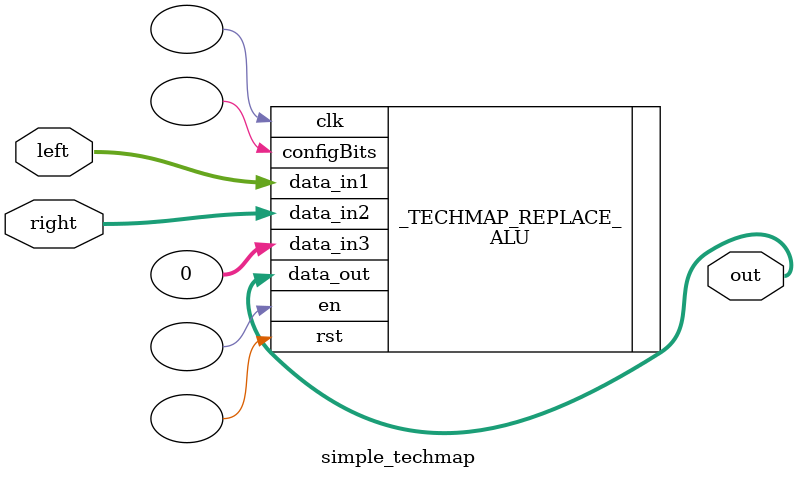
<source format=v>
(* techmap_celltype = "$paramod\\std_add\\WIDTH=s32'00000000000000000000000000100000" *)
module simple_techmap(left, right, out);
    parameter WIDTH = 32;

  input [WIDTH-1:0] left;
  input [WIDTH-1:0] right;
  output [WIDTH-1:0] out;

    generate
        ALU #(
        .NoConfigBits(3)
        ) _TECHMAP_REPLACE_ (
            .rst(),
            .en(),
            .clk(),
            .data_in1(left),
            .data_in2(right),
            .data_in3(0),
            .data_out(out),
            .configBits()
        );
    endgenerate


endmodule
</source>
